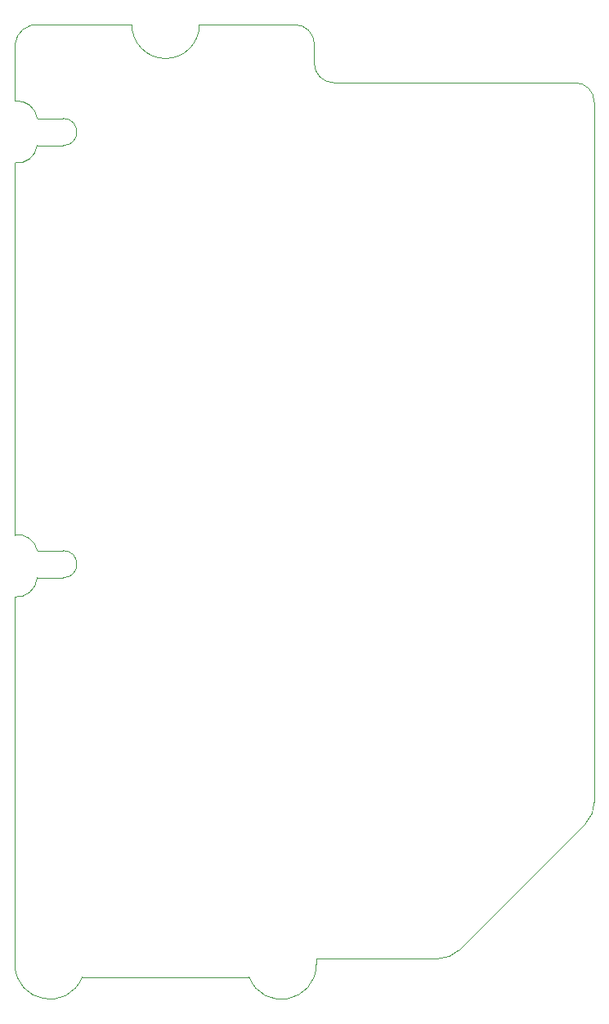
<source format=gm1>
G04 Layer_Color=16711935*
%FSLAX44Y44*%
%MOMM*%
G71*
G01*
G75*
%ADD10C,0.1000*%
D10*
X50000Y436000D02*
G03*
X50000Y464000I0J14000D01*
G01*
Y883000D02*
G03*
X50000Y911000I0J14000D01*
G01*
X600000Y928000D02*
G03*
X580000Y948000I-20000J0D01*
G01*
X438574Y42000D02*
G03*
X459787Y50787I0J30000D01*
G01*
X591213Y182213D02*
G03*
X600000Y203426I-21213J21213D01*
G01*
X242399Y22999D02*
G03*
X312000Y36000I33587J12998D01*
G01*
X-1Y36000D02*
G03*
X69600Y23000I36035J109D01*
G01*
X156000Y973000D02*
G03*
X191000Y1008000I0J35000D01*
G01*
X121000D02*
G03*
X156000Y973000I35000J0D01*
G01*
X0Y416000D02*
G03*
X23000Y436000I1500J21500D01*
G01*
X23000Y464000D02*
G03*
X-0Y480000I-19500J-3500D01*
G01*
X-0Y865000D02*
G03*
X23000Y883000I2500J20500D01*
G01*
Y911000D02*
G03*
X-0Y929000I-20500J-2500D01*
G01*
X25000Y1007999D02*
G03*
X0Y988000I-2500J-22499D01*
G01*
X310000Y988000D02*
G03*
X290000Y1008000I-20000J0D01*
G01*
X310000Y968000D02*
G03*
X330000Y948000I20000J0D01*
G01*
X312000Y42000D02*
X438574D01*
X330000Y948000D02*
X580000D01*
X459787Y50787D02*
X591213Y182213D01*
X600000Y203426D02*
Y928000D01*
X312000Y36000D02*
Y42000D01*
X0Y36000D02*
Y416000D01*
X69600Y23000D02*
X242400D01*
X23000Y464000D02*
X50000D01*
X23000Y436000D02*
X50000D01*
X0Y480000D02*
Y865000D01*
X23000Y883000D02*
X50000D01*
X23000Y911000D02*
X50000D01*
X25000Y1008000D02*
X121000D01*
X0Y929000D02*
Y988000D01*
X191000Y1008000D02*
X290000D01*
X310000Y968000D02*
Y988000D01*
X50000Y436000D02*
G03*
X50000Y464000I0J14000D01*
G01*
Y883000D02*
G03*
X50000Y911000I0J14000D01*
G01*
X600000Y928000D02*
G03*
X580000Y948000I-20000J0D01*
G01*
X438574Y42000D02*
G03*
X459787Y50787I0J30000D01*
G01*
X591213Y182213D02*
G03*
X600000Y203426I-21213J21213D01*
G01*
X242399Y22999D02*
G03*
X312000Y36000I33587J12998D01*
G01*
X-1Y36000D02*
G03*
X69600Y23000I36035J109D01*
G01*
X156000Y973000D02*
G03*
X191000Y1008000I0J35000D01*
G01*
X121000D02*
G03*
X156000Y973000I35000J0D01*
G01*
X0Y416000D02*
G03*
X23000Y436000I1500J21500D01*
G01*
X23000Y464000D02*
G03*
X-0Y480000I-19500J-3500D01*
G01*
X-0Y865000D02*
G03*
X23000Y883000I2500J20500D01*
G01*
Y911000D02*
G03*
X-0Y929000I-20500J-2500D01*
G01*
X25000Y1007999D02*
G03*
X0Y988000I-2500J-22499D01*
G01*
X310000Y988000D02*
G03*
X290000Y1008000I-20000J0D01*
G01*
X310000Y968000D02*
G03*
X330000Y948000I20000J0D01*
G01*
X312000Y42000D02*
X438574D01*
X330000Y948000D02*
X580000D01*
X459787Y50787D02*
X591213Y182213D01*
X600000Y203426D02*
Y928000D01*
X312000Y36000D02*
Y42000D01*
X0Y36000D02*
Y416000D01*
X69600Y23000D02*
X242400D01*
X23000Y464000D02*
X50000D01*
X23000Y436000D02*
X50000D01*
X0Y480000D02*
Y865000D01*
X23000Y883000D02*
X50000D01*
X23000Y911000D02*
X50000D01*
X25000Y1008000D02*
X121000D01*
X0Y929000D02*
Y988000D01*
X191000Y1008000D02*
X290000D01*
X310000Y968000D02*
Y988000D01*
M02*

</source>
